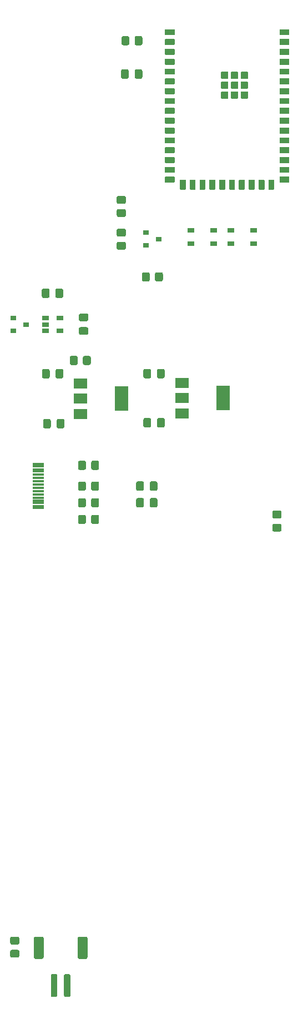
<source format=gbr>
%TF.GenerationSoftware,KiCad,Pcbnew,(5.1.12)-1*%
%TF.CreationDate,2022-05-09T22:55:39+02:00*%
%TF.ProjectId,BTCPOS,42544350-4f53-42e6-9b69-6361645f7063,rev?*%
%TF.SameCoordinates,Original*%
%TF.FileFunction,Paste,Bot*%
%TF.FilePolarity,Positive*%
%FSLAX46Y46*%
G04 Gerber Fmt 4.6, Leading zero omitted, Abs format (unit mm)*
G04 Created by KiCad (PCBNEW (5.1.12)-1) date 2022-05-09 22:55:39*
%MOMM*%
%LPD*%
G01*
G04 APERTURE LIST*
%ADD10R,1.750000X0.300000*%
%ADD11R,1.050000X0.650000*%
%ADD12R,2.000000X3.800000*%
%ADD13R,2.000000X1.500000*%
%ADD14R,0.900000X0.800000*%
%ADD15R,1.060000X0.650000*%
G04 APERTURE END LIST*
%TO.C,C101*%
G36*
G01*
X68628000Y-79215000D02*
X68628000Y-78265000D01*
G75*
G02*
X68878000Y-78015000I250000J0D01*
G01*
X69553000Y-78015000D01*
G75*
G02*
X69803000Y-78265000I0J-250000D01*
G01*
X69803000Y-79215000D01*
G75*
G02*
X69553000Y-79465000I-250000J0D01*
G01*
X68878000Y-79465000D01*
G75*
G02*
X68628000Y-79215000I0J250000D01*
G01*
G37*
G36*
G01*
X66553000Y-79215000D02*
X66553000Y-78265000D01*
G75*
G02*
X66803000Y-78015000I250000J0D01*
G01*
X67478000Y-78015000D01*
G75*
G02*
X67728000Y-78265000I0J-250000D01*
G01*
X67728000Y-79215000D01*
G75*
G02*
X67478000Y-79465000I-250000J0D01*
G01*
X66803000Y-79465000D01*
G75*
G02*
X66553000Y-79215000I0J250000D01*
G01*
G37*
%TD*%
%TO.C,C102*%
G36*
G01*
X69973000Y-85885000D02*
X69973000Y-86835000D01*
G75*
G02*
X69723000Y-87085000I-250000J0D01*
G01*
X69048000Y-87085000D01*
G75*
G02*
X68798000Y-86835000I0J250000D01*
G01*
X68798000Y-85885000D01*
G75*
G02*
X69048000Y-85635000I250000J0D01*
G01*
X69723000Y-85635000D01*
G75*
G02*
X69973000Y-85885000I0J-250000D01*
G01*
G37*
G36*
G01*
X67898000Y-85885000D02*
X67898000Y-86835000D01*
G75*
G02*
X67648000Y-87085000I-250000J0D01*
G01*
X66973000Y-87085000D01*
G75*
G02*
X66723000Y-86835000I0J250000D01*
G01*
X66723000Y-85885000D01*
G75*
G02*
X66973000Y-85635000I250000J0D01*
G01*
X67648000Y-85635000D01*
G75*
G02*
X67898000Y-85885000I0J-250000D01*
G01*
G37*
%TD*%
%TO.C,C103*%
G36*
G01*
X78617000Y-33495000D02*
X78617000Y-32545000D01*
G75*
G02*
X78867000Y-32295000I250000J0D01*
G01*
X79542000Y-32295000D01*
G75*
G02*
X79792000Y-32545000I0J-250000D01*
G01*
X79792000Y-33495000D01*
G75*
G02*
X79542000Y-33745000I-250000J0D01*
G01*
X78867000Y-33745000D01*
G75*
G02*
X78617000Y-33495000I0J250000D01*
G01*
G37*
G36*
G01*
X80692000Y-33495000D02*
X80692000Y-32545000D01*
G75*
G02*
X80942000Y-32295000I250000J0D01*
G01*
X81617000Y-32295000D01*
G75*
G02*
X81867000Y-32545000I0J-250000D01*
G01*
X81867000Y-33495000D01*
G75*
G02*
X81617000Y-33745000I-250000J0D01*
G01*
X80942000Y-33745000D01*
G75*
G02*
X80692000Y-33495000I0J250000D01*
G01*
G37*
%TD*%
%TO.C,C104*%
G36*
G01*
X83000000Y-98900000D02*
X83000000Y-97950000D01*
G75*
G02*
X83250000Y-97700000I250000J0D01*
G01*
X83925000Y-97700000D01*
G75*
G02*
X84175000Y-97950000I0J-250000D01*
G01*
X84175000Y-98900000D01*
G75*
G02*
X83925000Y-99150000I-250000J0D01*
G01*
X83250000Y-99150000D01*
G75*
G02*
X83000000Y-98900000I0J250000D01*
G01*
G37*
G36*
G01*
X80925000Y-98900000D02*
X80925000Y-97950000D01*
G75*
G02*
X81175000Y-97700000I250000J0D01*
G01*
X81850000Y-97700000D01*
G75*
G02*
X82100000Y-97950000I0J-250000D01*
G01*
X82100000Y-98900000D01*
G75*
G02*
X81850000Y-99150000I-250000J0D01*
G01*
X81175000Y-99150000D01*
G75*
G02*
X80925000Y-98900000I0J250000D01*
G01*
G37*
%TD*%
%TO.C,C105*%
G36*
G01*
X84175000Y-95410000D02*
X84175000Y-96360000D01*
G75*
G02*
X83925000Y-96610000I-250000J0D01*
G01*
X83250000Y-96610000D01*
G75*
G02*
X83000000Y-96360000I0J250000D01*
G01*
X83000000Y-95410000D01*
G75*
G02*
X83250000Y-95160000I250000J0D01*
G01*
X83925000Y-95160000D01*
G75*
G02*
X84175000Y-95410000I0J-250000D01*
G01*
G37*
G36*
G01*
X82100000Y-95410000D02*
X82100000Y-96360000D01*
G75*
G02*
X81850000Y-96610000I-250000J0D01*
G01*
X81175000Y-96610000D01*
G75*
G02*
X80925000Y-96360000I0J250000D01*
G01*
X80925000Y-95410000D01*
G75*
G02*
X81175000Y-95160000I250000J0D01*
G01*
X81850000Y-95160000D01*
G75*
G02*
X82100000Y-95410000I0J-250000D01*
G01*
G37*
%TD*%
D10*
%TO.C,J101*%
X66015000Y-95635000D03*
X66015000Y-95135000D03*
X66015000Y-94635000D03*
X66015000Y-94135000D03*
X66015000Y-96635000D03*
X66015000Y-97635000D03*
X66015000Y-97135000D03*
X66015000Y-96135000D03*
X66015000Y-99235000D03*
X66015000Y-98935000D03*
X66015000Y-98435000D03*
X66015000Y-98135000D03*
X66015000Y-93335000D03*
X66015000Y-93635000D03*
X66015000Y-92835000D03*
X66015000Y-92535000D03*
%TD*%
%TO.C,R101*%
G36*
G01*
X73260000Y-97974999D02*
X73260000Y-98875001D01*
G75*
G02*
X73010001Y-99125000I-249999J0D01*
G01*
X72309999Y-99125000D01*
G75*
G02*
X72060000Y-98875001I0J249999D01*
G01*
X72060000Y-97974999D01*
G75*
G02*
X72309999Y-97725000I249999J0D01*
G01*
X73010001Y-97725000D01*
G75*
G02*
X73260000Y-97974999I0J-249999D01*
G01*
G37*
G36*
G01*
X75260000Y-97974999D02*
X75260000Y-98875001D01*
G75*
G02*
X75010001Y-99125000I-249999J0D01*
G01*
X74309999Y-99125000D01*
G75*
G02*
X74060000Y-98875001I0J249999D01*
G01*
X74060000Y-97974999D01*
G75*
G02*
X74309999Y-97725000I249999J0D01*
G01*
X75010001Y-97725000D01*
G75*
G02*
X75260000Y-97974999I0J-249999D01*
G01*
G37*
%TD*%
%TO.C,R102*%
G36*
G01*
X72060000Y-96335001D02*
X72060000Y-95434999D01*
G75*
G02*
X72309999Y-95185000I249999J0D01*
G01*
X73010001Y-95185000D01*
G75*
G02*
X73260000Y-95434999I0J-249999D01*
G01*
X73260000Y-96335001D01*
G75*
G02*
X73010001Y-96585000I-249999J0D01*
G01*
X72309999Y-96585000D01*
G75*
G02*
X72060000Y-96335001I0J249999D01*
G01*
G37*
G36*
G01*
X74060000Y-96335001D02*
X74060000Y-95434999D01*
G75*
G02*
X74309999Y-95185000I249999J0D01*
G01*
X75010001Y-95185000D01*
G75*
G02*
X75260000Y-95434999I0J-249999D01*
G01*
X75260000Y-96335001D01*
G75*
G02*
X75010001Y-96585000I-249999J0D01*
G01*
X74309999Y-96585000D01*
G75*
G02*
X74060000Y-96335001I0J249999D01*
G01*
G37*
%TD*%
%TO.C,R103*%
G36*
G01*
X75260000Y-100514999D02*
X75260000Y-101415001D01*
G75*
G02*
X75010001Y-101665000I-249999J0D01*
G01*
X74309999Y-101665000D01*
G75*
G02*
X74060000Y-101415001I0J249999D01*
G01*
X74060000Y-100514999D01*
G75*
G02*
X74309999Y-100265000I249999J0D01*
G01*
X75010001Y-100265000D01*
G75*
G02*
X75260000Y-100514999I0J-249999D01*
G01*
G37*
G36*
G01*
X73260000Y-100514999D02*
X73260000Y-101415001D01*
G75*
G02*
X73010001Y-101665000I-249999J0D01*
G01*
X72309999Y-101665000D01*
G75*
G02*
X72060000Y-101415001I0J249999D01*
G01*
X72060000Y-100514999D01*
G75*
G02*
X72309999Y-100265000I249999J0D01*
G01*
X73010001Y-100265000D01*
G75*
G02*
X73260000Y-100514999I0J-249999D01*
G01*
G37*
%TD*%
%TO.C,R104*%
G36*
G01*
X73260000Y-92259999D02*
X73260000Y-93160001D01*
G75*
G02*
X73010001Y-93410000I-249999J0D01*
G01*
X72309999Y-93410000D01*
G75*
G02*
X72060000Y-93160001I0J249999D01*
G01*
X72060000Y-92259999D01*
G75*
G02*
X72309999Y-92010000I249999J0D01*
G01*
X73010001Y-92010000D01*
G75*
G02*
X73260000Y-92259999I0J-249999D01*
G01*
G37*
G36*
G01*
X75260000Y-92259999D02*
X75260000Y-93160001D01*
G75*
G02*
X75010001Y-93410000I-249999J0D01*
G01*
X74309999Y-93410000D01*
G75*
G02*
X74060000Y-93160001I0J249999D01*
G01*
X74060000Y-92259999D01*
G75*
G02*
X74309999Y-92010000I249999J0D01*
G01*
X75010001Y-92010000D01*
G75*
G02*
X75260000Y-92259999I0J-249999D01*
G01*
G37*
%TD*%
%TO.C,R105*%
G36*
G01*
X78680000Y-28390001D02*
X78680000Y-27489999D01*
G75*
G02*
X78929999Y-27240000I249999J0D01*
G01*
X79630001Y-27240000D01*
G75*
G02*
X79880000Y-27489999I0J-249999D01*
G01*
X79880000Y-28390001D01*
G75*
G02*
X79630001Y-28640000I-249999J0D01*
G01*
X78929999Y-28640000D01*
G75*
G02*
X78680000Y-28390001I0J249999D01*
G01*
G37*
G36*
G01*
X80680000Y-28390001D02*
X80680000Y-27489999D01*
G75*
G02*
X80929999Y-27240000I249999J0D01*
G01*
X81630001Y-27240000D01*
G75*
G02*
X81880000Y-27489999I0J-249999D01*
G01*
X81880000Y-28390001D01*
G75*
G02*
X81630001Y-28640000I-249999J0D01*
G01*
X80929999Y-28640000D01*
G75*
G02*
X80680000Y-28390001I0J249999D01*
G01*
G37*
%TD*%
D11*
%TO.C,SW101*%
X89265000Y-58936500D03*
X92730000Y-58936500D03*
X89265000Y-56836500D03*
X92730000Y-56836500D03*
%TD*%
%TO.C,SW102*%
X98850000Y-56836500D03*
X95385000Y-56836500D03*
X98850000Y-58936500D03*
X95385000Y-58936500D03*
%TD*%
D12*
%TO.C,U101*%
X78715000Y-82550000D03*
D13*
X72415000Y-82550000D03*
X72415000Y-80250000D03*
X72415000Y-84850000D03*
%TD*%
%TO.C,U103*%
G36*
G01*
X104292000Y-26265100D02*
X104292000Y-27022900D01*
G75*
G02*
X104220900Y-27094000I-71100J0D01*
G01*
X102863100Y-27094000D01*
G75*
G02*
X102792000Y-27022900I0J71100D01*
G01*
X102792000Y-26265100D01*
G75*
G02*
X102863100Y-26194000I71100J0D01*
G01*
X104220900Y-26194000D01*
G75*
G02*
X104292000Y-26265100I0J-71100D01*
G01*
G37*
G36*
G01*
X104292000Y-27765100D02*
X104292000Y-28522900D01*
G75*
G02*
X104220900Y-28594000I-71100J0D01*
G01*
X102863100Y-28594000D01*
G75*
G02*
X102792000Y-28522900I0J71100D01*
G01*
X102792000Y-27765100D01*
G75*
G02*
X102863100Y-27694000I71100J0D01*
G01*
X104220900Y-27694000D01*
G75*
G02*
X104292000Y-27765100I0J-71100D01*
G01*
G37*
G36*
G01*
X104292000Y-29265100D02*
X104292000Y-30022900D01*
G75*
G02*
X104220900Y-30094000I-71100J0D01*
G01*
X102863100Y-30094000D01*
G75*
G02*
X102792000Y-30022900I0J71100D01*
G01*
X102792000Y-29265100D01*
G75*
G02*
X102863100Y-29194000I71100J0D01*
G01*
X104220900Y-29194000D01*
G75*
G02*
X104292000Y-29265100I0J-71100D01*
G01*
G37*
G36*
G01*
X104292000Y-30765100D02*
X104292000Y-31522900D01*
G75*
G02*
X104220900Y-31594000I-71100J0D01*
G01*
X102863100Y-31594000D01*
G75*
G02*
X102792000Y-31522900I0J71100D01*
G01*
X102792000Y-30765100D01*
G75*
G02*
X102863100Y-30694000I71100J0D01*
G01*
X104220900Y-30694000D01*
G75*
G02*
X104292000Y-30765100I0J-71100D01*
G01*
G37*
G36*
G01*
X104292000Y-32265100D02*
X104292000Y-33022900D01*
G75*
G02*
X104220900Y-33094000I-71100J0D01*
G01*
X102863100Y-33094000D01*
G75*
G02*
X102792000Y-33022900I0J71100D01*
G01*
X102792000Y-32265100D01*
G75*
G02*
X102863100Y-32194000I71100J0D01*
G01*
X104220900Y-32194000D01*
G75*
G02*
X104292000Y-32265100I0J-71100D01*
G01*
G37*
G36*
G01*
X104292000Y-33765100D02*
X104292000Y-34522900D01*
G75*
G02*
X104220900Y-34594000I-71100J0D01*
G01*
X102863100Y-34594000D01*
G75*
G02*
X102792000Y-34522900I0J71100D01*
G01*
X102792000Y-33765100D01*
G75*
G02*
X102863100Y-33694000I71100J0D01*
G01*
X104220900Y-33694000D01*
G75*
G02*
X104292000Y-33765100I0J-71100D01*
G01*
G37*
G36*
G01*
X104292000Y-35265100D02*
X104292000Y-36022900D01*
G75*
G02*
X104220900Y-36094000I-71100J0D01*
G01*
X102863100Y-36094000D01*
G75*
G02*
X102792000Y-36022900I0J71100D01*
G01*
X102792000Y-35265100D01*
G75*
G02*
X102863100Y-35194000I71100J0D01*
G01*
X104220900Y-35194000D01*
G75*
G02*
X104292000Y-35265100I0J-71100D01*
G01*
G37*
G36*
G01*
X104292000Y-36765100D02*
X104292000Y-37522900D01*
G75*
G02*
X104220900Y-37594000I-71100J0D01*
G01*
X102863100Y-37594000D01*
G75*
G02*
X102792000Y-37522900I0J71100D01*
G01*
X102792000Y-36765100D01*
G75*
G02*
X102863100Y-36694000I71100J0D01*
G01*
X104220900Y-36694000D01*
G75*
G02*
X104292000Y-36765100I0J-71100D01*
G01*
G37*
G36*
G01*
X104292000Y-38265100D02*
X104292000Y-39022900D01*
G75*
G02*
X104220900Y-39094000I-71100J0D01*
G01*
X102863100Y-39094000D01*
G75*
G02*
X102792000Y-39022900I0J71100D01*
G01*
X102792000Y-38265100D01*
G75*
G02*
X102863100Y-38194000I71100J0D01*
G01*
X104220900Y-38194000D01*
G75*
G02*
X104292000Y-38265100I0J-71100D01*
G01*
G37*
G36*
G01*
X104292000Y-39765100D02*
X104292000Y-40522900D01*
G75*
G02*
X104220900Y-40594000I-71100J0D01*
G01*
X102863100Y-40594000D01*
G75*
G02*
X102792000Y-40522900I0J71100D01*
G01*
X102792000Y-39765100D01*
G75*
G02*
X102863100Y-39694000I71100J0D01*
G01*
X104220900Y-39694000D01*
G75*
G02*
X104292000Y-39765100I0J-71100D01*
G01*
G37*
G36*
G01*
X104292000Y-41265100D02*
X104292000Y-42022900D01*
G75*
G02*
X104220900Y-42094000I-71100J0D01*
G01*
X102863100Y-42094000D01*
G75*
G02*
X102792000Y-42022900I0J71100D01*
G01*
X102792000Y-41265100D01*
G75*
G02*
X102863100Y-41194000I71100J0D01*
G01*
X104220900Y-41194000D01*
G75*
G02*
X104292000Y-41265100I0J-71100D01*
G01*
G37*
G36*
G01*
X104292000Y-42765100D02*
X104292000Y-43522900D01*
G75*
G02*
X104220900Y-43594000I-71100J0D01*
G01*
X102863100Y-43594000D01*
G75*
G02*
X102792000Y-43522900I0J71100D01*
G01*
X102792000Y-42765100D01*
G75*
G02*
X102863100Y-42694000I71100J0D01*
G01*
X104220900Y-42694000D01*
G75*
G02*
X104292000Y-42765100I0J-71100D01*
G01*
G37*
G36*
G01*
X104292000Y-44265100D02*
X104292000Y-45022900D01*
G75*
G02*
X104220900Y-45094000I-71100J0D01*
G01*
X102863100Y-45094000D01*
G75*
G02*
X102792000Y-45022900I0J71100D01*
G01*
X102792000Y-44265100D01*
G75*
G02*
X102863100Y-44194000I71100J0D01*
G01*
X104220900Y-44194000D01*
G75*
G02*
X104292000Y-44265100I0J-71100D01*
G01*
G37*
G36*
G01*
X104292000Y-45765100D02*
X104292000Y-46522900D01*
G75*
G02*
X104220900Y-46594000I-71100J0D01*
G01*
X102863100Y-46594000D01*
G75*
G02*
X102792000Y-46522900I0J71100D01*
G01*
X102792000Y-45765100D01*
G75*
G02*
X102863100Y-45694000I71100J0D01*
G01*
X104220900Y-45694000D01*
G75*
G02*
X104292000Y-45765100I0J-71100D01*
G01*
G37*
G36*
G01*
X104292000Y-47265100D02*
X104292000Y-48022900D01*
G75*
G02*
X104220900Y-48094000I-71100J0D01*
G01*
X102863100Y-48094000D01*
G75*
G02*
X102792000Y-48022900I0J71100D01*
G01*
X102792000Y-47265100D01*
G75*
G02*
X102863100Y-47194000I71100J0D01*
G01*
X104220900Y-47194000D01*
G75*
G02*
X104292000Y-47265100I0J-71100D01*
G01*
G37*
G36*
G01*
X104292000Y-48765100D02*
X104292000Y-49522900D01*
G75*
G02*
X104220900Y-49594000I-71100J0D01*
G01*
X102863100Y-49594000D01*
G75*
G02*
X102792000Y-49522900I0J71100D01*
G01*
X102792000Y-48765100D01*
G75*
G02*
X102863100Y-48694000I71100J0D01*
G01*
X104220900Y-48694000D01*
G75*
G02*
X104292000Y-48765100I0J-71100D01*
G01*
G37*
G36*
G01*
X101920900Y-50644000D02*
X101163100Y-50644000D01*
G75*
G02*
X101092000Y-50572900I0J71100D01*
G01*
X101092000Y-49215100D01*
G75*
G02*
X101163100Y-49144000I71100J0D01*
G01*
X101920900Y-49144000D01*
G75*
G02*
X101992000Y-49215100I0J-71100D01*
G01*
X101992000Y-50572900D01*
G75*
G02*
X101920900Y-50644000I-71100J0D01*
G01*
G37*
G36*
G01*
X100420900Y-50644000D02*
X99663100Y-50644000D01*
G75*
G02*
X99592000Y-50572900I0J71100D01*
G01*
X99592000Y-49215100D01*
G75*
G02*
X99663100Y-49144000I71100J0D01*
G01*
X100420900Y-49144000D01*
G75*
G02*
X100492000Y-49215100I0J-71100D01*
G01*
X100492000Y-50572900D01*
G75*
G02*
X100420900Y-50644000I-71100J0D01*
G01*
G37*
G36*
G01*
X98920900Y-50644000D02*
X98163100Y-50644000D01*
G75*
G02*
X98092000Y-50572900I0J71100D01*
G01*
X98092000Y-49215100D01*
G75*
G02*
X98163100Y-49144000I71100J0D01*
G01*
X98920900Y-49144000D01*
G75*
G02*
X98992000Y-49215100I0J-71100D01*
G01*
X98992000Y-50572900D01*
G75*
G02*
X98920900Y-50644000I-71100J0D01*
G01*
G37*
G36*
G01*
X97420900Y-50644000D02*
X96663100Y-50644000D01*
G75*
G02*
X96592000Y-50572900I0J71100D01*
G01*
X96592000Y-49215100D01*
G75*
G02*
X96663100Y-49144000I71100J0D01*
G01*
X97420900Y-49144000D01*
G75*
G02*
X97492000Y-49215100I0J-71100D01*
G01*
X97492000Y-50572900D01*
G75*
G02*
X97420900Y-50644000I-71100J0D01*
G01*
G37*
G36*
G01*
X95920900Y-50644000D02*
X95163100Y-50644000D01*
G75*
G02*
X95092000Y-50572900I0J71100D01*
G01*
X95092000Y-49215100D01*
G75*
G02*
X95163100Y-49144000I71100J0D01*
G01*
X95920900Y-49144000D01*
G75*
G02*
X95992000Y-49215100I0J-71100D01*
G01*
X95992000Y-50572900D01*
G75*
G02*
X95920900Y-50644000I-71100J0D01*
G01*
G37*
G36*
G01*
X94420900Y-50644000D02*
X93663100Y-50644000D01*
G75*
G02*
X93592000Y-50572900I0J71100D01*
G01*
X93592000Y-49215100D01*
G75*
G02*
X93663100Y-49144000I71100J0D01*
G01*
X94420900Y-49144000D01*
G75*
G02*
X94492000Y-49215100I0J-71100D01*
G01*
X94492000Y-50572900D01*
G75*
G02*
X94420900Y-50644000I-71100J0D01*
G01*
G37*
G36*
G01*
X92920900Y-50644000D02*
X92163100Y-50644000D01*
G75*
G02*
X92092000Y-50572900I0J71100D01*
G01*
X92092000Y-49215100D01*
G75*
G02*
X92163100Y-49144000I71100J0D01*
G01*
X92920900Y-49144000D01*
G75*
G02*
X92992000Y-49215100I0J-71100D01*
G01*
X92992000Y-50572900D01*
G75*
G02*
X92920900Y-50644000I-71100J0D01*
G01*
G37*
G36*
G01*
X91420900Y-50644000D02*
X90663100Y-50644000D01*
G75*
G02*
X90592000Y-50572900I0J71100D01*
G01*
X90592000Y-49215100D01*
G75*
G02*
X90663100Y-49144000I71100J0D01*
G01*
X91420900Y-49144000D01*
G75*
G02*
X91492000Y-49215100I0J-71100D01*
G01*
X91492000Y-50572900D01*
G75*
G02*
X91420900Y-50644000I-71100J0D01*
G01*
G37*
G36*
G01*
X89920900Y-50644000D02*
X89163100Y-50644000D01*
G75*
G02*
X89092000Y-50572900I0J71100D01*
G01*
X89092000Y-49215100D01*
G75*
G02*
X89163100Y-49144000I71100J0D01*
G01*
X89920900Y-49144000D01*
G75*
G02*
X89992000Y-49215100I0J-71100D01*
G01*
X89992000Y-50572900D01*
G75*
G02*
X89920900Y-50644000I-71100J0D01*
G01*
G37*
G36*
G01*
X88420900Y-50644000D02*
X87663100Y-50644000D01*
G75*
G02*
X87592000Y-50572900I0J71100D01*
G01*
X87592000Y-49215100D01*
G75*
G02*
X87663100Y-49144000I71100J0D01*
G01*
X88420900Y-49144000D01*
G75*
G02*
X88492000Y-49215100I0J-71100D01*
G01*
X88492000Y-50572900D01*
G75*
G02*
X88420900Y-50644000I-71100J0D01*
G01*
G37*
G36*
G01*
X85292000Y-49522900D02*
X85292000Y-48765100D01*
G75*
G02*
X85363100Y-48694000I71100J0D01*
G01*
X86720900Y-48694000D01*
G75*
G02*
X86792000Y-48765100I0J-71100D01*
G01*
X86792000Y-49522900D01*
G75*
G02*
X86720900Y-49594000I-71100J0D01*
G01*
X85363100Y-49594000D01*
G75*
G02*
X85292000Y-49522900I0J71100D01*
G01*
G37*
G36*
G01*
X85292000Y-48022900D02*
X85292000Y-47265100D01*
G75*
G02*
X85363100Y-47194000I71100J0D01*
G01*
X86720900Y-47194000D01*
G75*
G02*
X86792000Y-47265100I0J-71100D01*
G01*
X86792000Y-48022900D01*
G75*
G02*
X86720900Y-48094000I-71100J0D01*
G01*
X85363100Y-48094000D01*
G75*
G02*
X85292000Y-48022900I0J71100D01*
G01*
G37*
G36*
G01*
X85292000Y-46522900D02*
X85292000Y-45765100D01*
G75*
G02*
X85363100Y-45694000I71100J0D01*
G01*
X86720900Y-45694000D01*
G75*
G02*
X86792000Y-45765100I0J-71100D01*
G01*
X86792000Y-46522900D01*
G75*
G02*
X86720900Y-46594000I-71100J0D01*
G01*
X85363100Y-46594000D01*
G75*
G02*
X85292000Y-46522900I0J71100D01*
G01*
G37*
G36*
G01*
X85292000Y-45022900D02*
X85292000Y-44265100D01*
G75*
G02*
X85363100Y-44194000I71100J0D01*
G01*
X86720900Y-44194000D01*
G75*
G02*
X86792000Y-44265100I0J-71100D01*
G01*
X86792000Y-45022900D01*
G75*
G02*
X86720900Y-45094000I-71100J0D01*
G01*
X85363100Y-45094000D01*
G75*
G02*
X85292000Y-45022900I0J71100D01*
G01*
G37*
G36*
G01*
X85292000Y-43522900D02*
X85292000Y-42765100D01*
G75*
G02*
X85363100Y-42694000I71100J0D01*
G01*
X86720900Y-42694000D01*
G75*
G02*
X86792000Y-42765100I0J-71100D01*
G01*
X86792000Y-43522900D01*
G75*
G02*
X86720900Y-43594000I-71100J0D01*
G01*
X85363100Y-43594000D01*
G75*
G02*
X85292000Y-43522900I0J71100D01*
G01*
G37*
G36*
G01*
X85292000Y-42022900D02*
X85292000Y-41265100D01*
G75*
G02*
X85363100Y-41194000I71100J0D01*
G01*
X86720900Y-41194000D01*
G75*
G02*
X86792000Y-41265100I0J-71100D01*
G01*
X86792000Y-42022900D01*
G75*
G02*
X86720900Y-42094000I-71100J0D01*
G01*
X85363100Y-42094000D01*
G75*
G02*
X85292000Y-42022900I0J71100D01*
G01*
G37*
G36*
G01*
X85292000Y-40522900D02*
X85292000Y-39765100D01*
G75*
G02*
X85363100Y-39694000I71100J0D01*
G01*
X86720900Y-39694000D01*
G75*
G02*
X86792000Y-39765100I0J-71100D01*
G01*
X86792000Y-40522900D01*
G75*
G02*
X86720900Y-40594000I-71100J0D01*
G01*
X85363100Y-40594000D01*
G75*
G02*
X85292000Y-40522900I0J71100D01*
G01*
G37*
G36*
G01*
X85292000Y-39022900D02*
X85292000Y-38265100D01*
G75*
G02*
X85363100Y-38194000I71100J0D01*
G01*
X86720900Y-38194000D01*
G75*
G02*
X86792000Y-38265100I0J-71100D01*
G01*
X86792000Y-39022900D01*
G75*
G02*
X86720900Y-39094000I-71100J0D01*
G01*
X85363100Y-39094000D01*
G75*
G02*
X85292000Y-39022900I0J71100D01*
G01*
G37*
G36*
G01*
X85292000Y-37522900D02*
X85292000Y-36765100D01*
G75*
G02*
X85363100Y-36694000I71100J0D01*
G01*
X86720900Y-36694000D01*
G75*
G02*
X86792000Y-36765100I0J-71100D01*
G01*
X86792000Y-37522900D01*
G75*
G02*
X86720900Y-37594000I-71100J0D01*
G01*
X85363100Y-37594000D01*
G75*
G02*
X85292000Y-37522900I0J71100D01*
G01*
G37*
G36*
G01*
X85292000Y-36022900D02*
X85292000Y-35265100D01*
G75*
G02*
X85363100Y-35194000I71100J0D01*
G01*
X86720900Y-35194000D01*
G75*
G02*
X86792000Y-35265100I0J-71100D01*
G01*
X86792000Y-36022900D01*
G75*
G02*
X86720900Y-36094000I-71100J0D01*
G01*
X85363100Y-36094000D01*
G75*
G02*
X85292000Y-36022900I0J71100D01*
G01*
G37*
G36*
G01*
X85292000Y-34522900D02*
X85292000Y-33765100D01*
G75*
G02*
X85363100Y-33694000I71100J0D01*
G01*
X86720900Y-33694000D01*
G75*
G02*
X86792000Y-33765100I0J-71100D01*
G01*
X86792000Y-34522900D01*
G75*
G02*
X86720900Y-34594000I-71100J0D01*
G01*
X85363100Y-34594000D01*
G75*
G02*
X85292000Y-34522900I0J71100D01*
G01*
G37*
G36*
G01*
X85292000Y-33022900D02*
X85292000Y-32265100D01*
G75*
G02*
X85363100Y-32194000I71100J0D01*
G01*
X86720900Y-32194000D01*
G75*
G02*
X86792000Y-32265100I0J-71100D01*
G01*
X86792000Y-33022900D01*
G75*
G02*
X86720900Y-33094000I-71100J0D01*
G01*
X85363100Y-33094000D01*
G75*
G02*
X85292000Y-33022900I0J71100D01*
G01*
G37*
G36*
G01*
X85292000Y-31522900D02*
X85292000Y-30765100D01*
G75*
G02*
X85363100Y-30694000I71100J0D01*
G01*
X86720900Y-30694000D01*
G75*
G02*
X86792000Y-30765100I0J-71100D01*
G01*
X86792000Y-31522900D01*
G75*
G02*
X86720900Y-31594000I-71100J0D01*
G01*
X85363100Y-31594000D01*
G75*
G02*
X85292000Y-31522900I0J71100D01*
G01*
G37*
G36*
G01*
X85292000Y-30022900D02*
X85292000Y-29265100D01*
G75*
G02*
X85363100Y-29194000I71100J0D01*
G01*
X86720900Y-29194000D01*
G75*
G02*
X86792000Y-29265100I0J-71100D01*
G01*
X86792000Y-30022900D01*
G75*
G02*
X86720900Y-30094000I-71100J0D01*
G01*
X85363100Y-30094000D01*
G75*
G02*
X85292000Y-30022900I0J71100D01*
G01*
G37*
G36*
G01*
X85292000Y-28522900D02*
X85292000Y-27765100D01*
G75*
G02*
X85363100Y-27694000I71100J0D01*
G01*
X86720900Y-27694000D01*
G75*
G02*
X86792000Y-27765100I0J-71100D01*
G01*
X86792000Y-28522900D01*
G75*
G02*
X86720900Y-28594000I-71100J0D01*
G01*
X85363100Y-28594000D01*
G75*
G02*
X85292000Y-28522900I0J71100D01*
G01*
G37*
G36*
G01*
X85292000Y-27022900D02*
X85292000Y-26265100D01*
G75*
G02*
X85363100Y-26194000I71100J0D01*
G01*
X86720900Y-26194000D01*
G75*
G02*
X86792000Y-26265100I0J-71100D01*
G01*
X86792000Y-27022900D01*
G75*
G02*
X86720900Y-27094000I-71100J0D01*
G01*
X85363100Y-27094000D01*
G75*
G02*
X85292000Y-27022900I0J71100D01*
G01*
G37*
G36*
G01*
X96882000Y-33682100D02*
X96882000Y-32755900D01*
G75*
G02*
X96968900Y-32669000I86900J0D01*
G01*
X97895100Y-32669000D01*
G75*
G02*
X97982000Y-32755900I0J-86900D01*
G01*
X97982000Y-33682100D01*
G75*
G02*
X97895100Y-33769000I-86900J0D01*
G01*
X96968900Y-33769000D01*
G75*
G02*
X96882000Y-33682100I0J86900D01*
G01*
G37*
G36*
G01*
X95382000Y-33682100D02*
X95382000Y-32755900D01*
G75*
G02*
X95468900Y-32669000I86900J0D01*
G01*
X96395100Y-32669000D01*
G75*
G02*
X96482000Y-32755900I0J-86900D01*
G01*
X96482000Y-33682100D01*
G75*
G02*
X96395100Y-33769000I-86900J0D01*
G01*
X95468900Y-33769000D01*
G75*
G02*
X95382000Y-33682100I0J86900D01*
G01*
G37*
G36*
G01*
X93882000Y-33682100D02*
X93882000Y-32755900D01*
G75*
G02*
X93968900Y-32669000I86900J0D01*
G01*
X94895100Y-32669000D01*
G75*
G02*
X94982000Y-32755900I0J-86900D01*
G01*
X94982000Y-33682100D01*
G75*
G02*
X94895100Y-33769000I-86900J0D01*
G01*
X93968900Y-33769000D01*
G75*
G02*
X93882000Y-33682100I0J86900D01*
G01*
G37*
G36*
G01*
X96882000Y-35182100D02*
X96882000Y-34255900D01*
G75*
G02*
X96968900Y-34169000I86900J0D01*
G01*
X97895100Y-34169000D01*
G75*
G02*
X97982000Y-34255900I0J-86900D01*
G01*
X97982000Y-35182100D01*
G75*
G02*
X97895100Y-35269000I-86900J0D01*
G01*
X96968900Y-35269000D01*
G75*
G02*
X96882000Y-35182100I0J86900D01*
G01*
G37*
G36*
G01*
X95382000Y-35182100D02*
X95382000Y-34255900D01*
G75*
G02*
X95468900Y-34169000I86900J0D01*
G01*
X96395100Y-34169000D01*
G75*
G02*
X96482000Y-34255900I0J-86900D01*
G01*
X96482000Y-35182100D01*
G75*
G02*
X96395100Y-35269000I-86900J0D01*
G01*
X95468900Y-35269000D01*
G75*
G02*
X95382000Y-35182100I0J86900D01*
G01*
G37*
G36*
G01*
X93882000Y-35182100D02*
X93882000Y-34255900D01*
G75*
G02*
X93968900Y-34169000I86900J0D01*
G01*
X94895100Y-34169000D01*
G75*
G02*
X94982000Y-34255900I0J-86900D01*
G01*
X94982000Y-35182100D01*
G75*
G02*
X94895100Y-35269000I-86900J0D01*
G01*
X93968900Y-35269000D01*
G75*
G02*
X93882000Y-35182100I0J86900D01*
G01*
G37*
G36*
G01*
X96882000Y-36682100D02*
X96882000Y-35755900D01*
G75*
G02*
X96968900Y-35669000I86900J0D01*
G01*
X97895100Y-35669000D01*
G75*
G02*
X97982000Y-35755900I0J-86900D01*
G01*
X97982000Y-36682100D01*
G75*
G02*
X97895100Y-36769000I-86900J0D01*
G01*
X96968900Y-36769000D01*
G75*
G02*
X96882000Y-36682100I0J86900D01*
G01*
G37*
G36*
G01*
X95382000Y-36682100D02*
X95382000Y-35755900D01*
G75*
G02*
X95468900Y-35669000I86900J0D01*
G01*
X96395100Y-35669000D01*
G75*
G02*
X96482000Y-35755900I0J-86900D01*
G01*
X96482000Y-36682100D01*
G75*
G02*
X96395100Y-36769000I-86900J0D01*
G01*
X95468900Y-36769000D01*
G75*
G02*
X95382000Y-36682100I0J86900D01*
G01*
G37*
G36*
G01*
X93882000Y-36682100D02*
X93882000Y-35755900D01*
G75*
G02*
X93968900Y-35669000I86900J0D01*
G01*
X94895100Y-35669000D01*
G75*
G02*
X94982000Y-35755900I0J-86900D01*
G01*
X94982000Y-36682100D01*
G75*
G02*
X94895100Y-36769000I-86900J0D01*
G01*
X93968900Y-36769000D01*
G75*
G02*
X93882000Y-36682100I0J86900D01*
G01*
G37*
%TD*%
%TO.C,R106*%
G36*
G01*
X102850001Y-102820000D02*
X101949999Y-102820000D01*
G75*
G02*
X101700000Y-102570001I0J249999D01*
G01*
X101700000Y-101869999D01*
G75*
G02*
X101949999Y-101620000I249999J0D01*
G01*
X102850001Y-101620000D01*
G75*
G02*
X103100000Y-101869999I0J-249999D01*
G01*
X103100000Y-102570001D01*
G75*
G02*
X102850001Y-102820000I-249999J0D01*
G01*
G37*
G36*
G01*
X102850001Y-100820000D02*
X101949999Y-100820000D01*
G75*
G02*
X101700000Y-100570001I0J249999D01*
G01*
X101700000Y-99869999D01*
G75*
G02*
X101949999Y-99620000I249999J0D01*
G01*
X102850001Y-99620000D01*
G75*
G02*
X103100000Y-99869999I0J-249999D01*
G01*
X103100000Y-100570001D01*
G75*
G02*
X102850001Y-100820000I-249999J0D01*
G01*
G37*
%TD*%
%TO.C,C106*%
G36*
G01*
X82025000Y-79195000D02*
X82025000Y-78245000D01*
G75*
G02*
X82275000Y-77995000I250000J0D01*
G01*
X82950000Y-77995000D01*
G75*
G02*
X83200000Y-78245000I0J-250000D01*
G01*
X83200000Y-79195000D01*
G75*
G02*
X82950000Y-79445000I-250000J0D01*
G01*
X82275000Y-79445000D01*
G75*
G02*
X82025000Y-79195000I0J250000D01*
G01*
G37*
G36*
G01*
X84100000Y-79195000D02*
X84100000Y-78245000D01*
G75*
G02*
X84350000Y-77995000I250000J0D01*
G01*
X85025000Y-77995000D01*
G75*
G02*
X85275000Y-78245000I0J-250000D01*
G01*
X85275000Y-79195000D01*
G75*
G02*
X85025000Y-79445000I-250000J0D01*
G01*
X84350000Y-79445000D01*
G75*
G02*
X84100000Y-79195000I0J250000D01*
G01*
G37*
%TD*%
%TO.C,C107*%
G36*
G01*
X83200000Y-85745000D02*
X83200000Y-86695000D01*
G75*
G02*
X82950000Y-86945000I-250000J0D01*
G01*
X82275000Y-86945000D01*
G75*
G02*
X82025000Y-86695000I0J250000D01*
G01*
X82025000Y-85745000D01*
G75*
G02*
X82275000Y-85495000I250000J0D01*
G01*
X82950000Y-85495000D01*
G75*
G02*
X83200000Y-85745000I0J-250000D01*
G01*
G37*
G36*
G01*
X85275000Y-85745000D02*
X85275000Y-86695000D01*
G75*
G02*
X85025000Y-86945000I-250000J0D01*
G01*
X84350000Y-86945000D01*
G75*
G02*
X84100000Y-86695000I0J250000D01*
G01*
X84100000Y-85745000D01*
G75*
G02*
X84350000Y-85495000I250000J0D01*
G01*
X85025000Y-85495000D01*
G75*
G02*
X85275000Y-85745000I0J-250000D01*
G01*
G37*
%TD*%
%TO.C,C108*%
G36*
G01*
X72425000Y-69557500D02*
X73375000Y-69557500D01*
G75*
G02*
X73625000Y-69807500I0J-250000D01*
G01*
X73625000Y-70482500D01*
G75*
G02*
X73375000Y-70732500I-250000J0D01*
G01*
X72425000Y-70732500D01*
G75*
G02*
X72175000Y-70482500I0J250000D01*
G01*
X72175000Y-69807500D01*
G75*
G02*
X72425000Y-69557500I250000J0D01*
G01*
G37*
G36*
G01*
X72425000Y-71632500D02*
X73375000Y-71632500D01*
G75*
G02*
X73625000Y-71882500I0J-250000D01*
G01*
X73625000Y-72557500D01*
G75*
G02*
X73375000Y-72807500I-250000J0D01*
G01*
X72425000Y-72807500D01*
G75*
G02*
X72175000Y-72557500I0J250000D01*
G01*
X72175000Y-71882500D01*
G75*
G02*
X72425000Y-71632500I250000J0D01*
G01*
G37*
%TD*%
%TO.C,C109*%
G36*
G01*
X68600000Y-66945000D02*
X68600000Y-65995000D01*
G75*
G02*
X68850000Y-65745000I250000J0D01*
G01*
X69525000Y-65745000D01*
G75*
G02*
X69775000Y-65995000I0J-250000D01*
G01*
X69775000Y-66945000D01*
G75*
G02*
X69525000Y-67195000I-250000J0D01*
G01*
X68850000Y-67195000D01*
G75*
G02*
X68600000Y-66945000I0J250000D01*
G01*
G37*
G36*
G01*
X66525000Y-66945000D02*
X66525000Y-65995000D01*
G75*
G02*
X66775000Y-65745000I250000J0D01*
G01*
X67450000Y-65745000D01*
G75*
G02*
X67700000Y-65995000I0J-250000D01*
G01*
X67700000Y-66945000D01*
G75*
G02*
X67450000Y-67195000I-250000J0D01*
G01*
X66775000Y-67195000D01*
G75*
G02*
X66525000Y-66945000I0J250000D01*
G01*
G37*
%TD*%
D14*
%TO.C,D101*%
X64150000Y-71220000D03*
X62150000Y-70270000D03*
X62150000Y-72170000D03*
%TD*%
%TO.C,J106*%
G36*
G01*
X67900000Y-173570000D02*
X67900000Y-170570000D01*
G75*
G02*
X68150000Y-170320000I250000J0D01*
G01*
X68650000Y-170320000D01*
G75*
G02*
X68900000Y-170570000I0J-250000D01*
G01*
X68900000Y-173570000D01*
G75*
G02*
X68650000Y-173820000I-250000J0D01*
G01*
X68150000Y-173820000D01*
G75*
G02*
X67900000Y-173570000I0J250000D01*
G01*
G37*
G36*
G01*
X69900000Y-173570000D02*
X69900000Y-170570000D01*
G75*
G02*
X70150000Y-170320000I250000J0D01*
G01*
X70650000Y-170320000D01*
G75*
G02*
X70900000Y-170570000I0J-250000D01*
G01*
X70900000Y-173570000D01*
G75*
G02*
X70650000Y-173820000I-250000J0D01*
G01*
X70150000Y-173820000D01*
G75*
G02*
X69900000Y-173570000I0J250000D01*
G01*
G37*
G36*
G01*
X65300000Y-167770000D02*
X65300000Y-164870000D01*
G75*
G02*
X65550000Y-164620000I250000J0D01*
G01*
X66550000Y-164620000D01*
G75*
G02*
X66800000Y-164870000I0J-250000D01*
G01*
X66800000Y-167770000D01*
G75*
G02*
X66550000Y-168020000I-250000J0D01*
G01*
X65550000Y-168020000D01*
G75*
G02*
X65300000Y-167770000I0J250000D01*
G01*
G37*
G36*
G01*
X72000000Y-167770000D02*
X72000000Y-164870000D01*
G75*
G02*
X72250000Y-164620000I250000J0D01*
G01*
X73250000Y-164620000D01*
G75*
G02*
X73500000Y-164870000I0J-250000D01*
G01*
X73500000Y-167770000D01*
G75*
G02*
X73250000Y-168020000I-250000J0D01*
G01*
X72250000Y-168020000D01*
G75*
G02*
X72000000Y-167770000I0J250000D01*
G01*
G37*
%TD*%
%TO.C,Q101*%
X82375000Y-59145000D03*
X82375000Y-57245000D03*
X84375000Y-58195000D03*
%TD*%
%TO.C,R107*%
G36*
G01*
X72000000Y-76269999D02*
X72000000Y-77170001D01*
G75*
G02*
X71750001Y-77420000I-249999J0D01*
G01*
X71049999Y-77420000D01*
G75*
G02*
X70800000Y-77170001I0J249999D01*
G01*
X70800000Y-76269999D01*
G75*
G02*
X71049999Y-76020000I249999J0D01*
G01*
X71750001Y-76020000D01*
G75*
G02*
X72000000Y-76269999I0J-249999D01*
G01*
G37*
G36*
G01*
X74000000Y-76269999D02*
X74000000Y-77170001D01*
G75*
G02*
X73750001Y-77420000I-249999J0D01*
G01*
X73049999Y-77420000D01*
G75*
G02*
X72800000Y-77170001I0J249999D01*
G01*
X72800000Y-76269999D01*
G75*
G02*
X73049999Y-76020000I249999J0D01*
G01*
X73750001Y-76020000D01*
G75*
G02*
X74000000Y-76269999I0J-249999D01*
G01*
G37*
%TD*%
%TO.C,R108*%
G36*
G01*
X79100001Y-59820000D02*
X78199999Y-59820000D01*
G75*
G02*
X77950000Y-59570001I0J249999D01*
G01*
X77950000Y-58869999D01*
G75*
G02*
X78199999Y-58620000I249999J0D01*
G01*
X79100001Y-58620000D01*
G75*
G02*
X79350000Y-58869999I0J-249999D01*
G01*
X79350000Y-59570001D01*
G75*
G02*
X79100001Y-59820000I-249999J0D01*
G01*
G37*
G36*
G01*
X79100001Y-57820000D02*
X78199999Y-57820000D01*
G75*
G02*
X77950000Y-57570001I0J249999D01*
G01*
X77950000Y-56869999D01*
G75*
G02*
X78199999Y-56620000I249999J0D01*
G01*
X79100001Y-56620000D01*
G75*
G02*
X79350000Y-56869999I0J-249999D01*
G01*
X79350000Y-57570001D01*
G75*
G02*
X79100001Y-57820000I-249999J0D01*
G01*
G37*
%TD*%
%TO.C,R109*%
G36*
G01*
X81800000Y-64420001D02*
X81800000Y-63519999D01*
G75*
G02*
X82049999Y-63270000I249999J0D01*
G01*
X82750001Y-63270000D01*
G75*
G02*
X83000000Y-63519999I0J-249999D01*
G01*
X83000000Y-64420001D01*
G75*
G02*
X82750001Y-64670000I-249999J0D01*
G01*
X82049999Y-64670000D01*
G75*
G02*
X81800000Y-64420001I0J249999D01*
G01*
G37*
G36*
G01*
X83800000Y-64420001D02*
X83800000Y-63519999D01*
G75*
G02*
X84049999Y-63270000I249999J0D01*
G01*
X84750001Y-63270000D01*
G75*
G02*
X85000000Y-63519999I0J-249999D01*
G01*
X85000000Y-64420001D01*
G75*
G02*
X84750001Y-64670000I-249999J0D01*
G01*
X84049999Y-64670000D01*
G75*
G02*
X83800000Y-64420001I0J249999D01*
G01*
G37*
%TD*%
%TO.C,R110*%
G36*
G01*
X61949999Y-164620000D02*
X62850001Y-164620000D01*
G75*
G02*
X63100000Y-164869999I0J-249999D01*
G01*
X63100000Y-165570001D01*
G75*
G02*
X62850001Y-165820000I-249999J0D01*
G01*
X61949999Y-165820000D01*
G75*
G02*
X61700000Y-165570001I0J249999D01*
G01*
X61700000Y-164869999D01*
G75*
G02*
X61949999Y-164620000I249999J0D01*
G01*
G37*
G36*
G01*
X61949999Y-166620000D02*
X62850001Y-166620000D01*
G75*
G02*
X63100000Y-166869999I0J-249999D01*
G01*
X63100000Y-167570001D01*
G75*
G02*
X62850001Y-167820000I-249999J0D01*
G01*
X61949999Y-167820000D01*
G75*
G02*
X61700000Y-167570001I0J249999D01*
G01*
X61700000Y-166869999D01*
G75*
G02*
X61949999Y-166620000I249999J0D01*
G01*
G37*
%TD*%
%TO.C,R111*%
G36*
G01*
X79100001Y-52820000D02*
X78199999Y-52820000D01*
G75*
G02*
X77950000Y-52570001I0J249999D01*
G01*
X77950000Y-51869999D01*
G75*
G02*
X78199999Y-51620000I249999J0D01*
G01*
X79100001Y-51620000D01*
G75*
G02*
X79350000Y-51869999I0J-249999D01*
G01*
X79350000Y-52570001D01*
G75*
G02*
X79100001Y-52820000I-249999J0D01*
G01*
G37*
G36*
G01*
X79100001Y-54820000D02*
X78199999Y-54820000D01*
G75*
G02*
X77950000Y-54570001I0J249999D01*
G01*
X77950000Y-53869999D01*
G75*
G02*
X78199999Y-53620000I249999J0D01*
G01*
X79100001Y-53620000D01*
G75*
G02*
X79350000Y-53869999I0J-249999D01*
G01*
X79350000Y-54570001D01*
G75*
G02*
X79100001Y-54820000I-249999J0D01*
G01*
G37*
%TD*%
D12*
%TO.C,U104*%
X94200000Y-82470000D03*
D13*
X87900000Y-82470000D03*
X87900000Y-80170000D03*
X87900000Y-84770000D03*
%TD*%
D15*
%TO.C,U105*%
X67050000Y-72170000D03*
X67050000Y-71220000D03*
X67050000Y-70270000D03*
X69250000Y-70270000D03*
X69250000Y-72170000D03*
%TD*%
M02*

</source>
